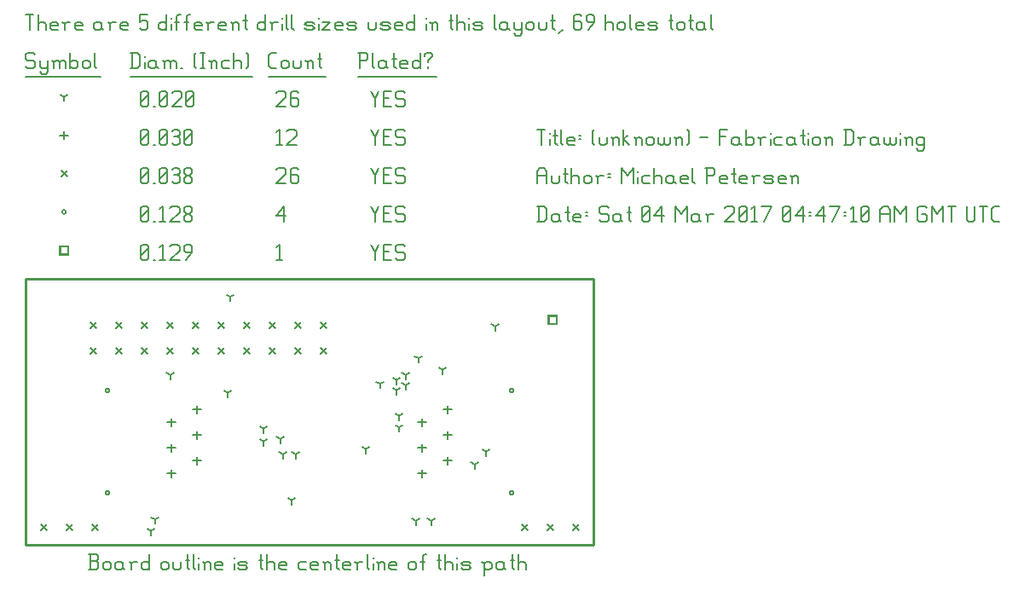
<source format=gbr>
G04 start of page 12 for group -3984 idx -3984 *
G04 Title: (unknown), fab *
G04 Creator: pcb 20140316 *
G04 CreationDate: Sat 04 Mar 2017 04:47:10 AM GMT UTC *
G04 For: petersen *
G04 Format: Gerber/RS-274X *
G04 PCB-Dimensions (mil): 2220.00 1040.00 *
G04 PCB-Coordinate-Origin: lower left *
%MOIN*%
%FSLAX25Y25*%
%LNFAB*%
%ADD70C,0.0100*%
%ADD69C,0.0075*%
%ADD68C,0.0060*%
%ADD67R,0.0080X0.0080*%
G54D67*X204400Y89600D02*X207600D01*
X204400D02*Y86400D01*
X207600D01*
Y89600D02*Y86400D01*
X13400Y116850D02*X16600D01*
X13400D02*Y113650D01*
X16600D01*
Y116850D02*Y113650D01*
G54D68*X135000Y117500D02*X136500Y114500D01*
X138000Y117500D01*
X136500Y114500D02*Y111500D01*
X139800Y114800D02*X142050D01*
X139800Y111500D02*X142800D01*
X139800Y117500D02*Y111500D01*
Y117500D02*X142800D01*
X147600D02*X148350Y116750D01*
X145350Y117500D02*X147600D01*
X144600Y116750D02*X145350Y117500D01*
X144600Y116750D02*Y115250D01*
X145350Y114500D01*
X147600D01*
X148350Y113750D01*
Y112250D01*
X147600Y111500D02*X148350Y112250D01*
X145350Y111500D02*X147600D01*
X144600Y112250D02*X145350Y111500D01*
X98000Y116300D02*X99200Y117500D01*
Y111500D01*
X98000D02*X100250D01*
X45000Y112250D02*X45750Y111500D01*
X45000Y116750D02*Y112250D01*
Y116750D02*X45750Y117500D01*
X47250D01*
X48000Y116750D01*
Y112250D01*
X47250Y111500D02*X48000Y112250D01*
X45750Y111500D02*X47250D01*
X45000Y113000D02*X48000Y116000D01*
X49800Y111500D02*X50550D01*
X52350Y116300D02*X53550Y117500D01*
Y111500D01*
X52350D02*X54600D01*
X56400Y116750D02*X57150Y117500D01*
X59400D01*
X60150Y116750D01*
Y115250D01*
X56400Y111500D02*X60150Y115250D01*
X56400Y111500D02*X60150D01*
X62700D02*X64950Y114500D01*
Y116750D02*Y114500D01*
X64200Y117500D02*X64950Y116750D01*
X62700Y117500D02*X64200D01*
X61950Y116750D02*X62700Y117500D01*
X61950Y116750D02*Y115250D01*
X62700Y114500D01*
X64950D01*
X31200Y60500D02*G75*G03X32800Y60500I800J0D01*G01*
G75*G03X31200Y60500I-800J0D01*G01*
Y20500D02*G75*G03X32800Y20500I800J0D01*G01*
G75*G03X31200Y20500I-800J0D01*G01*
X189200D02*G75*G03X190800Y20500I800J0D01*G01*
G75*G03X189200Y20500I-800J0D01*G01*
Y60500D02*G75*G03X190800Y60500I800J0D01*G01*
G75*G03X189200Y60500I-800J0D01*G01*
X14200Y130250D02*G75*G03X15800Y130250I800J0D01*G01*
G75*G03X14200Y130250I-800J0D01*G01*
X135000Y132500D02*X136500Y129500D01*
X138000Y132500D01*
X136500Y129500D02*Y126500D01*
X139800Y129800D02*X142050D01*
X139800Y126500D02*X142800D01*
X139800Y132500D02*Y126500D01*
Y132500D02*X142800D01*
X147600D02*X148350Y131750D01*
X145350Y132500D02*X147600D01*
X144600Y131750D02*X145350Y132500D01*
X144600Y131750D02*Y130250D01*
X145350Y129500D01*
X147600D01*
X148350Y128750D01*
Y127250D01*
X147600Y126500D02*X148350Y127250D01*
X145350Y126500D02*X147600D01*
X144600Y127250D02*X145350Y126500D01*
X98000Y128750D02*X101000Y132500D01*
X98000Y128750D02*X101750D01*
X101000Y132500D02*Y126500D01*
X45000Y127250D02*X45750Y126500D01*
X45000Y131750D02*Y127250D01*
Y131750D02*X45750Y132500D01*
X47250D01*
X48000Y131750D01*
Y127250D01*
X47250Y126500D02*X48000Y127250D01*
X45750Y126500D02*X47250D01*
X45000Y128000D02*X48000Y131000D01*
X49800Y126500D02*X50550D01*
X52350Y131300D02*X53550Y132500D01*
Y126500D01*
X52350D02*X54600D01*
X56400Y131750D02*X57150Y132500D01*
X59400D01*
X60150Y131750D01*
Y130250D01*
X56400Y126500D02*X60150Y130250D01*
X56400Y126500D02*X60150D01*
X61950Y127250D02*X62700Y126500D01*
X61950Y128450D02*Y127250D01*
Y128450D02*X63000Y129500D01*
X63900D01*
X64950Y128450D01*
Y127250D01*
X64200Y126500D02*X64950Y127250D01*
X62700Y126500D02*X64200D01*
X61950Y130550D02*X63000Y129500D01*
X61950Y131750D02*Y130550D01*
Y131750D02*X62700Y132500D01*
X64200D01*
X64950Y131750D01*
Y130550D01*
X63900Y129500D02*X64950Y130550D01*
X25300Y77200D02*X27700Y74800D01*
X25300D02*X27700Y77200D01*
X35300D02*X37700Y74800D01*
X35300D02*X37700Y77200D01*
X45300D02*X47700Y74800D01*
X45300D02*X47700Y77200D01*
X55300D02*X57700Y74800D01*
X55300D02*X57700Y77200D01*
X65300D02*X67700Y74800D01*
X65300D02*X67700Y77200D01*
X75300D02*X77700Y74800D01*
X75300D02*X77700Y77200D01*
X85300D02*X87700Y74800D01*
X85300D02*X87700Y77200D01*
X95300D02*X97700Y74800D01*
X95300D02*X97700Y77200D01*
X105300D02*X107700Y74800D01*
X105300D02*X107700Y77200D01*
X115300D02*X117700Y74800D01*
X115300D02*X117700Y77200D01*
X25300Y87200D02*X27700Y84800D01*
X25300D02*X27700Y87200D01*
X35300D02*X37700Y84800D01*
X35300D02*X37700Y87200D01*
X45300D02*X47700Y84800D01*
X45300D02*X47700Y87200D01*
X55300D02*X57700Y84800D01*
X55300D02*X57700Y87200D01*
X65300D02*X67700Y84800D01*
X65300D02*X67700Y87200D01*
X75300D02*X77700Y84800D01*
X75300D02*X77700Y87200D01*
X85300D02*X87700Y84800D01*
X85300D02*X87700Y87200D01*
X95300D02*X97700Y84800D01*
X95300D02*X97700Y87200D01*
X105300D02*X107700Y84800D01*
X105300D02*X107700Y87200D01*
X115300D02*X117700Y84800D01*
X115300D02*X117700Y87200D01*
X193800Y8200D02*X196200Y5800D01*
X193800D02*X196200Y8200D01*
X203800D02*X206200Y5800D01*
X203800D02*X206200Y8200D01*
X213800D02*X216200Y5800D01*
X213800D02*X216200Y8200D01*
X5800D02*X8200Y5800D01*
X5800D02*X8200Y8200D01*
X15800D02*X18200Y5800D01*
X15800D02*X18200Y8200D01*
X25800D02*X28200Y5800D01*
X25800D02*X28200Y8200D01*
X13800Y146450D02*X16200Y144050D01*
X13800D02*X16200Y146450D01*
X135000Y147500D02*X136500Y144500D01*
X138000Y147500D01*
X136500Y144500D02*Y141500D01*
X139800Y144800D02*X142050D01*
X139800Y141500D02*X142800D01*
X139800Y147500D02*Y141500D01*
Y147500D02*X142800D01*
X147600D02*X148350Y146750D01*
X145350Y147500D02*X147600D01*
X144600Y146750D02*X145350Y147500D01*
X144600Y146750D02*Y145250D01*
X145350Y144500D01*
X147600D01*
X148350Y143750D01*
Y142250D01*
X147600Y141500D02*X148350Y142250D01*
X145350Y141500D02*X147600D01*
X144600Y142250D02*X145350Y141500D01*
X98000Y146750D02*X98750Y147500D01*
X101000D01*
X101750Y146750D01*
Y145250D01*
X98000Y141500D02*X101750Y145250D01*
X98000Y141500D02*X101750D01*
X105800Y147500D02*X106550Y146750D01*
X104300Y147500D02*X105800D01*
X103550Y146750D02*X104300Y147500D01*
X103550Y146750D02*Y142250D01*
X104300Y141500D01*
X105800Y144800D02*X106550Y144050D01*
X103550Y144800D02*X105800D01*
X104300Y141500D02*X105800D01*
X106550Y142250D01*
Y144050D02*Y142250D01*
X45000D02*X45750Y141500D01*
X45000Y146750D02*Y142250D01*
Y146750D02*X45750Y147500D01*
X47250D01*
X48000Y146750D01*
Y142250D01*
X47250Y141500D02*X48000Y142250D01*
X45750Y141500D02*X47250D01*
X45000Y143000D02*X48000Y146000D01*
X49800Y141500D02*X50550D01*
X52350Y142250D02*X53100Y141500D01*
X52350Y146750D02*Y142250D01*
Y146750D02*X53100Y147500D01*
X54600D01*
X55350Y146750D01*
Y142250D01*
X54600Y141500D02*X55350Y142250D01*
X53100Y141500D02*X54600D01*
X52350Y143000D02*X55350Y146000D01*
X57150Y146750D02*X57900Y147500D01*
X59400D01*
X60150Y146750D01*
X59400Y141500D02*X60150Y142250D01*
X57900Y141500D02*X59400D01*
X57150Y142250D02*X57900Y141500D01*
Y144800D02*X59400D01*
X60150Y146750D02*Y145550D01*
Y144050D02*Y142250D01*
Y144050D02*X59400Y144800D01*
X60150Y145550D02*X59400Y144800D01*
X61950Y142250D02*X62700Y141500D01*
X61950Y143450D02*Y142250D01*
Y143450D02*X63000Y144500D01*
X63900D01*
X64950Y143450D01*
Y142250D01*
X64200Y141500D02*X64950Y142250D01*
X62700Y141500D02*X64200D01*
X61950Y145550D02*X63000Y144500D01*
X61950Y146750D02*Y145550D01*
Y146750D02*X62700Y147500D01*
X64200D01*
X64950Y146750D01*
Y145550D01*
X63900Y144500D02*X64950Y145550D01*
X67000Y54600D02*Y51400D01*
X65400Y53000D02*X68600D01*
X57000Y49600D02*Y46400D01*
X55400Y48000D02*X58600D01*
X67000Y44600D02*Y41400D01*
X65400Y43000D02*X68600D01*
X57000Y39600D02*Y36400D01*
X55400Y38000D02*X58600D01*
X67000Y34600D02*Y31400D01*
X65400Y33000D02*X68600D01*
X57000Y29600D02*Y26400D01*
X55400Y28000D02*X58600D01*
X155000Y29600D02*Y26400D01*
X153400Y28000D02*X156600D01*
X165000Y34600D02*Y31400D01*
X163400Y33000D02*X166600D01*
X155000Y39600D02*Y36400D01*
X153400Y38000D02*X156600D01*
X165000Y44600D02*Y41400D01*
X163400Y43000D02*X166600D01*
X155000Y49600D02*Y46400D01*
X153400Y48000D02*X156600D01*
X165000Y54600D02*Y51400D01*
X163400Y53000D02*X166600D01*
X15000Y161850D02*Y158650D01*
X13400Y160250D02*X16600D01*
X135000Y162500D02*X136500Y159500D01*
X138000Y162500D01*
X136500Y159500D02*Y156500D01*
X139800Y159800D02*X142050D01*
X139800Y156500D02*X142800D01*
X139800Y162500D02*Y156500D01*
Y162500D02*X142800D01*
X147600D02*X148350Y161750D01*
X145350Y162500D02*X147600D01*
X144600Y161750D02*X145350Y162500D01*
X144600Y161750D02*Y160250D01*
X145350Y159500D01*
X147600D01*
X148350Y158750D01*
Y157250D01*
X147600Y156500D02*X148350Y157250D01*
X145350Y156500D02*X147600D01*
X144600Y157250D02*X145350Y156500D01*
X98000Y161300D02*X99200Y162500D01*
Y156500D01*
X98000D02*X100250D01*
X102050Y161750D02*X102800Y162500D01*
X105050D01*
X105800Y161750D01*
Y160250D01*
X102050Y156500D02*X105800Y160250D01*
X102050Y156500D02*X105800D01*
X45000Y157250D02*X45750Y156500D01*
X45000Y161750D02*Y157250D01*
Y161750D02*X45750Y162500D01*
X47250D01*
X48000Y161750D01*
Y157250D01*
X47250Y156500D02*X48000Y157250D01*
X45750Y156500D02*X47250D01*
X45000Y158000D02*X48000Y161000D01*
X49800Y156500D02*X50550D01*
X52350Y157250D02*X53100Y156500D01*
X52350Y161750D02*Y157250D01*
Y161750D02*X53100Y162500D01*
X54600D01*
X55350Y161750D01*
Y157250D01*
X54600Y156500D02*X55350Y157250D01*
X53100Y156500D02*X54600D01*
X52350Y158000D02*X55350Y161000D01*
X57150Y161750D02*X57900Y162500D01*
X59400D01*
X60150Y161750D01*
X59400Y156500D02*X60150Y157250D01*
X57900Y156500D02*X59400D01*
X57150Y157250D02*X57900Y156500D01*
Y159800D02*X59400D01*
X60150Y161750D02*Y160550D01*
Y159050D02*Y157250D01*
Y159050D02*X59400Y159800D01*
X60150Y160550D02*X59400Y159800D01*
X61950Y157250D02*X62700Y156500D01*
X61950Y161750D02*Y157250D01*
Y161750D02*X62700Y162500D01*
X64200D01*
X64950Y161750D01*
Y157250D01*
X64200Y156500D02*X64950Y157250D01*
X62700Y156500D02*X64200D01*
X61950Y158000D02*X64950Y161000D01*
X105500Y35500D02*Y33900D01*
Y35500D02*X106887Y36300D01*
X105500Y35500D02*X104113Y36300D01*
X152500Y9500D02*Y7900D01*
Y9500D02*X153887Y10300D01*
X152500Y9500D02*X151113Y10300D01*
X56500Y66500D02*Y64900D01*
Y66500D02*X57887Y67300D01*
X56500Y66500D02*X55113Y67300D01*
X100500Y35500D02*Y33900D01*
Y35500D02*X101887Y36300D01*
X100500Y35500D02*X99113Y36300D01*
X99500Y41500D02*Y39900D01*
Y41500D02*X100887Y42300D01*
X99500Y41500D02*X98113Y42300D01*
X93000Y40500D02*Y38900D01*
Y40500D02*X94387Y41300D01*
X93000Y40500D02*X91613Y41300D01*
X93000Y45500D02*Y43900D01*
Y45500D02*X94387Y46300D01*
X93000Y45500D02*X91613Y46300D01*
X79000Y59500D02*Y57900D01*
Y59500D02*X80387Y60300D01*
X79000Y59500D02*X77613Y60300D01*
X133000Y37500D02*Y35900D01*
Y37500D02*X134387Y38300D01*
X133000Y37500D02*X131613Y38300D01*
X153500Y73000D02*Y71400D01*
Y73000D02*X154887Y73800D01*
X153500Y73000D02*X152113Y73800D01*
X163000Y68500D02*Y66900D01*
Y68500D02*X164387Y69300D01*
X163000Y68500D02*X161613Y69300D01*
X138500Y63000D02*Y61400D01*
Y63000D02*X139887Y63800D01*
X138500Y63000D02*X137113Y63800D01*
X183500Y85500D02*Y83900D01*
Y85500D02*X184887Y86300D01*
X183500Y85500D02*X182113Y86300D01*
X104000Y17500D02*Y15900D01*
Y17500D02*X105387Y18300D01*
X104000Y17500D02*X102613Y18300D01*
X145000Y60500D02*Y58900D01*
Y60500D02*X146387Y61300D01*
X145000Y60500D02*X143613Y61300D01*
X146000Y46000D02*Y44400D01*
Y46000D02*X147387Y46800D01*
X146000Y46000D02*X144613Y46800D01*
X146000Y50500D02*Y48900D01*
Y50500D02*X147387Y51300D01*
X146000Y50500D02*X144613Y51300D01*
X50500Y10000D02*Y8400D01*
Y10000D02*X51887Y10800D01*
X50500Y10000D02*X49113Y10800D01*
X49000Y5500D02*Y3900D01*
Y5500D02*X50387Y6300D01*
X49000Y5500D02*X47613Y6300D01*
X175500Y31500D02*Y29900D01*
Y31500D02*X176887Y32300D01*
X175500Y31500D02*X174113Y32300D01*
X180000Y36500D02*Y34900D01*
Y36500D02*X181387Y37300D01*
X180000Y36500D02*X178613Y37300D01*
X158500Y9500D02*Y7900D01*
Y9500D02*X159887Y10300D01*
X158500Y9500D02*X157113Y10300D01*
X80000Y97000D02*Y95400D01*
Y97000D02*X81387Y97800D01*
X80000Y97000D02*X78613Y97800D01*
X148500Y62500D02*Y60900D01*
Y62500D02*X149887Y63300D01*
X148500Y62500D02*X147113Y63300D01*
X145000Y64500D02*Y62900D01*
Y64500D02*X146387Y65300D01*
X145000Y64500D02*X143613Y65300D01*
X148500Y66500D02*Y64900D01*
Y66500D02*X149887Y67300D01*
X148500Y66500D02*X147113Y67300D01*
X15000Y175250D02*Y173650D01*
Y175250D02*X16387Y176050D01*
X15000Y175250D02*X13613Y176050D01*
X135000Y177500D02*X136500Y174500D01*
X138000Y177500D01*
X136500Y174500D02*Y171500D01*
X139800Y174800D02*X142050D01*
X139800Y171500D02*X142800D01*
X139800Y177500D02*Y171500D01*
Y177500D02*X142800D01*
X147600D02*X148350Y176750D01*
X145350Y177500D02*X147600D01*
X144600Y176750D02*X145350Y177500D01*
X144600Y176750D02*Y175250D01*
X145350Y174500D01*
X147600D01*
X148350Y173750D01*
Y172250D01*
X147600Y171500D02*X148350Y172250D01*
X145350Y171500D02*X147600D01*
X144600Y172250D02*X145350Y171500D01*
X98000Y176750D02*X98750Y177500D01*
X101000D01*
X101750Y176750D01*
Y175250D01*
X98000Y171500D02*X101750Y175250D01*
X98000Y171500D02*X101750D01*
X105800Y177500D02*X106550Y176750D01*
X104300Y177500D02*X105800D01*
X103550Y176750D02*X104300Y177500D01*
X103550Y176750D02*Y172250D01*
X104300Y171500D01*
X105800Y174800D02*X106550Y174050D01*
X103550Y174800D02*X105800D01*
X104300Y171500D02*X105800D01*
X106550Y172250D01*
Y174050D02*Y172250D01*
X45000D02*X45750Y171500D01*
X45000Y176750D02*Y172250D01*
Y176750D02*X45750Y177500D01*
X47250D01*
X48000Y176750D01*
Y172250D01*
X47250Y171500D02*X48000Y172250D01*
X45750Y171500D02*X47250D01*
X45000Y173000D02*X48000Y176000D01*
X49800Y171500D02*X50550D01*
X52350Y172250D02*X53100Y171500D01*
X52350Y176750D02*Y172250D01*
Y176750D02*X53100Y177500D01*
X54600D01*
X55350Y176750D01*
Y172250D01*
X54600Y171500D02*X55350Y172250D01*
X53100Y171500D02*X54600D01*
X52350Y173000D02*X55350Y176000D01*
X57150Y176750D02*X57900Y177500D01*
X60150D01*
X60900Y176750D01*
Y175250D01*
X57150Y171500D02*X60900Y175250D01*
X57150Y171500D02*X60900D01*
X62700Y172250D02*X63450Y171500D01*
X62700Y176750D02*Y172250D01*
Y176750D02*X63450Y177500D01*
X64950D01*
X65700Y176750D01*
Y172250D01*
X64950Y171500D02*X65700Y172250D01*
X63450Y171500D02*X64950D01*
X62700Y173000D02*X65700Y176000D01*
X3000Y192500D02*X3750Y191750D01*
X750Y192500D02*X3000D01*
X0Y191750D02*X750Y192500D01*
X0Y191750D02*Y190250D01*
X750Y189500D01*
X3000D01*
X3750Y188750D01*
Y187250D01*
X3000Y186500D02*X3750Y187250D01*
X750Y186500D02*X3000D01*
X0Y187250D02*X750Y186500D01*
X5550Y189500D02*Y187250D01*
X6300Y186500D01*
X8550Y189500D02*Y185000D01*
X7800Y184250D02*X8550Y185000D01*
X6300Y184250D02*X7800D01*
X5550Y185000D02*X6300Y184250D01*
Y186500D02*X7800D01*
X8550Y187250D01*
X11100Y188750D02*Y186500D01*
Y188750D02*X11850Y189500D01*
X12600D01*
X13350Y188750D01*
Y186500D01*
Y188750D02*X14100Y189500D01*
X14850D01*
X15600Y188750D01*
Y186500D01*
X10350Y189500D02*X11100Y188750D01*
X17400Y192500D02*Y186500D01*
Y187250D02*X18150Y186500D01*
X19650D01*
X20400Y187250D01*
Y188750D02*Y187250D01*
X19650Y189500D02*X20400Y188750D01*
X18150Y189500D02*X19650D01*
X17400Y188750D02*X18150Y189500D01*
X22200Y188750D02*Y187250D01*
Y188750D02*X22950Y189500D01*
X24450D01*
X25200Y188750D01*
Y187250D01*
X24450Y186500D02*X25200Y187250D01*
X22950Y186500D02*X24450D01*
X22200Y187250D02*X22950Y186500D01*
X27000Y192500D02*Y187250D01*
X27750Y186500D01*
X0Y183250D02*X29250D01*
X41750Y192500D02*Y186500D01*
X43700Y192500D02*X44750Y191450D01*
Y187550D01*
X43700Y186500D02*X44750Y187550D01*
X41000Y186500D02*X43700D01*
X41000Y192500D02*X43700D01*
G54D69*X46550Y191000D02*Y190850D01*
G54D68*Y188750D02*Y186500D01*
X50300Y189500D02*X51050Y188750D01*
X48800Y189500D02*X50300D01*
X48050Y188750D02*X48800Y189500D01*
X48050Y188750D02*Y187250D01*
X48800Y186500D01*
X51050Y189500D02*Y187250D01*
X51800Y186500D01*
X48800D02*X50300D01*
X51050Y187250D01*
X54350Y188750D02*Y186500D01*
Y188750D02*X55100Y189500D01*
X55850D01*
X56600Y188750D01*
Y186500D01*
Y188750D02*X57350Y189500D01*
X58100D01*
X58850Y188750D01*
Y186500D01*
X53600Y189500D02*X54350Y188750D01*
X60650Y186500D02*X61400D01*
X65900Y187250D02*X66650Y186500D01*
X65900Y191750D02*X66650Y192500D01*
X65900Y191750D02*Y187250D01*
X68450Y192500D02*X69950D01*
X69200D02*Y186500D01*
X68450D02*X69950D01*
X72500Y188750D02*Y186500D01*
Y188750D02*X73250Y189500D01*
X74000D01*
X74750Y188750D01*
Y186500D01*
X71750Y189500D02*X72500Y188750D01*
X77300Y189500D02*X79550D01*
X76550Y188750D02*X77300Y189500D01*
X76550Y188750D02*Y187250D01*
X77300Y186500D01*
X79550D01*
X81350Y192500D02*Y186500D01*
Y188750D02*X82100Y189500D01*
X83600D01*
X84350Y188750D01*
Y186500D01*
X86150Y192500D02*X86900Y191750D01*
Y187250D01*
X86150Y186500D02*X86900Y187250D01*
X41000Y183250D02*X88700D01*
X96050Y186500D02*X98000D01*
X95000Y187550D02*X96050Y186500D01*
X95000Y191450D02*Y187550D01*
Y191450D02*X96050Y192500D01*
X98000D01*
X99800Y188750D02*Y187250D01*
Y188750D02*X100550Y189500D01*
X102050D01*
X102800Y188750D01*
Y187250D01*
X102050Y186500D02*X102800Y187250D01*
X100550Y186500D02*X102050D01*
X99800Y187250D02*X100550Y186500D01*
X104600Y189500D02*Y187250D01*
X105350Y186500D01*
X106850D01*
X107600Y187250D01*
Y189500D02*Y187250D01*
X110150Y188750D02*Y186500D01*
Y188750D02*X110900Y189500D01*
X111650D01*
X112400Y188750D01*
Y186500D01*
X109400Y189500D02*X110150Y188750D01*
X114950Y192500D02*Y187250D01*
X115700Y186500D01*
X114200Y190250D02*X115700D01*
X95000Y183250D02*X117200D01*
X130750Y192500D02*Y186500D01*
X130000Y192500D02*X133000D01*
X133750Y191750D01*
Y190250D01*
X133000Y189500D02*X133750Y190250D01*
X130750Y189500D02*X133000D01*
X135550Y192500D02*Y187250D01*
X136300Y186500D01*
X140050Y189500D02*X140800Y188750D01*
X138550Y189500D02*X140050D01*
X137800Y188750D02*X138550Y189500D01*
X137800Y188750D02*Y187250D01*
X138550Y186500D01*
X140800Y189500D02*Y187250D01*
X141550Y186500D01*
X138550D02*X140050D01*
X140800Y187250D01*
X144100Y192500D02*Y187250D01*
X144850Y186500D01*
X143350Y190250D02*X144850D01*
X147100Y186500D02*X149350D01*
X146350Y187250D02*X147100Y186500D01*
X146350Y188750D02*Y187250D01*
Y188750D02*X147100Y189500D01*
X148600D01*
X149350Y188750D01*
X146350Y188000D02*X149350D01*
Y188750D02*Y188000D01*
X154150Y192500D02*Y186500D01*
X153400D02*X154150Y187250D01*
X151900Y186500D02*X153400D01*
X151150Y187250D02*X151900Y186500D01*
X151150Y188750D02*Y187250D01*
Y188750D02*X151900Y189500D01*
X153400D01*
X154150Y188750D01*
X157450Y189500D02*Y188750D01*
Y187250D02*Y186500D01*
X155950Y191750D02*Y191000D01*
Y191750D02*X156700Y192500D01*
X158200D01*
X158950Y191750D01*
Y191000D01*
X157450Y189500D02*X158950Y191000D01*
X130000Y183250D02*X160750D01*
X0Y207500D02*X3000D01*
X1500D02*Y201500D01*
X4800Y207500D02*Y201500D01*
Y203750D02*X5550Y204500D01*
X7050D01*
X7800Y203750D01*
Y201500D01*
X10350D02*X12600D01*
X9600Y202250D02*X10350Y201500D01*
X9600Y203750D02*Y202250D01*
Y203750D02*X10350Y204500D01*
X11850D01*
X12600Y203750D01*
X9600Y203000D02*X12600D01*
Y203750D02*Y203000D01*
X15150Y203750D02*Y201500D01*
Y203750D02*X15900Y204500D01*
X17400D01*
X14400D02*X15150Y203750D01*
X19950Y201500D02*X22200D01*
X19200Y202250D02*X19950Y201500D01*
X19200Y203750D02*Y202250D01*
Y203750D02*X19950Y204500D01*
X21450D01*
X22200Y203750D01*
X19200Y203000D02*X22200D01*
Y203750D02*Y203000D01*
X28950Y204500D02*X29700Y203750D01*
X27450Y204500D02*X28950D01*
X26700Y203750D02*X27450Y204500D01*
X26700Y203750D02*Y202250D01*
X27450Y201500D01*
X29700Y204500D02*Y202250D01*
X30450Y201500D01*
X27450D02*X28950D01*
X29700Y202250D01*
X33000Y203750D02*Y201500D01*
Y203750D02*X33750Y204500D01*
X35250D01*
X32250D02*X33000Y203750D01*
X37800Y201500D02*X40050D01*
X37050Y202250D02*X37800Y201500D01*
X37050Y203750D02*Y202250D01*
Y203750D02*X37800Y204500D01*
X39300D01*
X40050Y203750D01*
X37050Y203000D02*X40050D01*
Y203750D02*Y203000D01*
X44550Y207500D02*X47550D01*
X44550D02*Y204500D01*
X45300Y205250D01*
X46800D01*
X47550Y204500D01*
Y202250D01*
X46800Y201500D02*X47550Y202250D01*
X45300Y201500D02*X46800D01*
X44550Y202250D02*X45300Y201500D01*
X55050Y207500D02*Y201500D01*
X54300D02*X55050Y202250D01*
X52800Y201500D02*X54300D01*
X52050Y202250D02*X52800Y201500D01*
X52050Y203750D02*Y202250D01*
Y203750D02*X52800Y204500D01*
X54300D01*
X55050Y203750D01*
G54D69*X56850Y206000D02*Y205850D01*
G54D68*Y203750D02*Y201500D01*
X59100Y206750D02*Y201500D01*
Y206750D02*X59850Y207500D01*
X60600D01*
X58350Y204500D02*X59850D01*
X62850Y206750D02*Y201500D01*
Y206750D02*X63600Y207500D01*
X64350D01*
X62100Y204500D02*X63600D01*
X66600Y201500D02*X68850D01*
X65850Y202250D02*X66600Y201500D01*
X65850Y203750D02*Y202250D01*
Y203750D02*X66600Y204500D01*
X68100D01*
X68850Y203750D01*
X65850Y203000D02*X68850D01*
Y203750D02*Y203000D01*
X71400Y203750D02*Y201500D01*
Y203750D02*X72150Y204500D01*
X73650D01*
X70650D02*X71400Y203750D01*
X76200Y201500D02*X78450D01*
X75450Y202250D02*X76200Y201500D01*
X75450Y203750D02*Y202250D01*
Y203750D02*X76200Y204500D01*
X77700D01*
X78450Y203750D01*
X75450Y203000D02*X78450D01*
Y203750D02*Y203000D01*
X81000Y203750D02*Y201500D01*
Y203750D02*X81750Y204500D01*
X82500D01*
X83250Y203750D01*
Y201500D01*
X80250Y204500D02*X81000Y203750D01*
X85800Y207500D02*Y202250D01*
X86550Y201500D01*
X85050Y205250D02*X86550D01*
X93750Y207500D02*Y201500D01*
X93000D02*X93750Y202250D01*
X91500Y201500D02*X93000D01*
X90750Y202250D02*X91500Y201500D01*
X90750Y203750D02*Y202250D01*
Y203750D02*X91500Y204500D01*
X93000D01*
X93750Y203750D01*
X96300D02*Y201500D01*
Y203750D02*X97050Y204500D01*
X98550D01*
X95550D02*X96300Y203750D01*
G54D69*X100350Y206000D02*Y205850D01*
G54D68*Y203750D02*Y201500D01*
X101850Y207500D02*Y202250D01*
X102600Y201500D01*
X104100Y207500D02*Y202250D01*
X104850Y201500D01*
X109800D02*X112050D01*
X112800Y202250D01*
X112050Y203000D02*X112800Y202250D01*
X109800Y203000D02*X112050D01*
X109050Y203750D02*X109800Y203000D01*
X109050Y203750D02*X109800Y204500D01*
X112050D01*
X112800Y203750D01*
X109050Y202250D02*X109800Y201500D01*
G54D69*X114600Y206000D02*Y205850D01*
G54D68*Y203750D02*Y201500D01*
X116100Y204500D02*X119100D01*
X116100Y201500D02*X119100Y204500D01*
X116100Y201500D02*X119100D01*
X121650D02*X123900D01*
X120900Y202250D02*X121650Y201500D01*
X120900Y203750D02*Y202250D01*
Y203750D02*X121650Y204500D01*
X123150D01*
X123900Y203750D01*
X120900Y203000D02*X123900D01*
Y203750D02*Y203000D01*
X126450Y201500D02*X128700D01*
X129450Y202250D01*
X128700Y203000D02*X129450Y202250D01*
X126450Y203000D02*X128700D01*
X125700Y203750D02*X126450Y203000D01*
X125700Y203750D02*X126450Y204500D01*
X128700D01*
X129450Y203750D01*
X125700Y202250D02*X126450Y201500D01*
X133950Y204500D02*Y202250D01*
X134700Y201500D01*
X136200D01*
X136950Y202250D01*
Y204500D02*Y202250D01*
X139500Y201500D02*X141750D01*
X142500Y202250D01*
X141750Y203000D02*X142500Y202250D01*
X139500Y203000D02*X141750D01*
X138750Y203750D02*X139500Y203000D01*
X138750Y203750D02*X139500Y204500D01*
X141750D01*
X142500Y203750D01*
X138750Y202250D02*X139500Y201500D01*
X145050D02*X147300D01*
X144300Y202250D02*X145050Y201500D01*
X144300Y203750D02*Y202250D01*
Y203750D02*X145050Y204500D01*
X146550D01*
X147300Y203750D01*
X144300Y203000D02*X147300D01*
Y203750D02*Y203000D01*
X152100Y207500D02*Y201500D01*
X151350D02*X152100Y202250D01*
X149850Y201500D02*X151350D01*
X149100Y202250D02*X149850Y201500D01*
X149100Y203750D02*Y202250D01*
Y203750D02*X149850Y204500D01*
X151350D01*
X152100Y203750D01*
G54D69*X156600Y206000D02*Y205850D01*
G54D68*Y203750D02*Y201500D01*
X158850Y203750D02*Y201500D01*
Y203750D02*X159600Y204500D01*
X160350D01*
X161100Y203750D01*
Y201500D01*
X158100Y204500D02*X158850Y203750D01*
X166350Y207500D02*Y202250D01*
X167100Y201500D01*
X165600Y205250D02*X167100D01*
X168600Y207500D02*Y201500D01*
Y203750D02*X169350Y204500D01*
X170850D01*
X171600Y203750D01*
Y201500D01*
G54D69*X173400Y206000D02*Y205850D01*
G54D68*Y203750D02*Y201500D01*
X175650D02*X177900D01*
X178650Y202250D01*
X177900Y203000D02*X178650Y202250D01*
X175650Y203000D02*X177900D01*
X174900Y203750D02*X175650Y203000D01*
X174900Y203750D02*X175650Y204500D01*
X177900D01*
X178650Y203750D01*
X174900Y202250D02*X175650Y201500D01*
X183150Y207500D02*Y202250D01*
X183900Y201500D01*
X187650Y204500D02*X188400Y203750D01*
X186150Y204500D02*X187650D01*
X185400Y203750D02*X186150Y204500D01*
X185400Y203750D02*Y202250D01*
X186150Y201500D01*
X188400Y204500D02*Y202250D01*
X189150Y201500D01*
X186150D02*X187650D01*
X188400Y202250D01*
X190950Y204500D02*Y202250D01*
X191700Y201500D01*
X193950Y204500D02*Y200000D01*
X193200Y199250D02*X193950Y200000D01*
X191700Y199250D02*X193200D01*
X190950Y200000D02*X191700Y199250D01*
Y201500D02*X193200D01*
X193950Y202250D01*
X195750Y203750D02*Y202250D01*
Y203750D02*X196500Y204500D01*
X198000D01*
X198750Y203750D01*
Y202250D01*
X198000Y201500D02*X198750Y202250D01*
X196500Y201500D02*X198000D01*
X195750Y202250D02*X196500Y201500D01*
X200550Y204500D02*Y202250D01*
X201300Y201500D01*
X202800D01*
X203550Y202250D01*
Y204500D02*Y202250D01*
X206100Y207500D02*Y202250D01*
X206850Y201500D01*
X205350Y205250D02*X206850D01*
X208350Y200000D02*X209850Y201500D01*
X216600Y207500D02*X217350Y206750D01*
X215100Y207500D02*X216600D01*
X214350Y206750D02*X215100Y207500D01*
X214350Y206750D02*Y202250D01*
X215100Y201500D01*
X216600Y204800D02*X217350Y204050D01*
X214350Y204800D02*X216600D01*
X215100Y201500D02*X216600D01*
X217350Y202250D01*
Y204050D02*Y202250D01*
X219900Y201500D02*X222150Y204500D01*
Y206750D02*Y204500D01*
X221400Y207500D02*X222150Y206750D01*
X219900Y207500D02*X221400D01*
X219150Y206750D02*X219900Y207500D01*
X219150Y206750D02*Y205250D01*
X219900Y204500D01*
X222150D01*
X226650Y207500D02*Y201500D01*
Y203750D02*X227400Y204500D01*
X228900D01*
X229650Y203750D01*
Y201500D01*
X231450Y203750D02*Y202250D01*
Y203750D02*X232200Y204500D01*
X233700D01*
X234450Y203750D01*
Y202250D01*
X233700Y201500D02*X234450Y202250D01*
X232200Y201500D02*X233700D01*
X231450Y202250D02*X232200Y201500D01*
X236250Y207500D02*Y202250D01*
X237000Y201500D01*
X239250D02*X241500D01*
X238500Y202250D02*X239250Y201500D01*
X238500Y203750D02*Y202250D01*
Y203750D02*X239250Y204500D01*
X240750D01*
X241500Y203750D01*
X238500Y203000D02*X241500D01*
Y203750D02*Y203000D01*
X244050Y201500D02*X246300D01*
X247050Y202250D01*
X246300Y203000D02*X247050Y202250D01*
X244050Y203000D02*X246300D01*
X243300Y203750D02*X244050Y203000D01*
X243300Y203750D02*X244050Y204500D01*
X246300D01*
X247050Y203750D01*
X243300Y202250D02*X244050Y201500D01*
X252300Y207500D02*Y202250D01*
X253050Y201500D01*
X251550Y205250D02*X253050D01*
X254550Y203750D02*Y202250D01*
Y203750D02*X255300Y204500D01*
X256800D01*
X257550Y203750D01*
Y202250D01*
X256800Y201500D02*X257550Y202250D01*
X255300Y201500D02*X256800D01*
X254550Y202250D02*X255300Y201500D01*
X260100Y207500D02*Y202250D01*
X260850Y201500D01*
X259350Y205250D02*X260850D01*
X264600Y204500D02*X265350Y203750D01*
X263100Y204500D02*X264600D01*
X262350Y203750D02*X263100Y204500D01*
X262350Y203750D02*Y202250D01*
X263100Y201500D01*
X265350Y204500D02*Y202250D01*
X266100Y201500D01*
X263100D02*X264600D01*
X265350Y202250D01*
X267900Y207500D02*Y202250D01*
X268650Y201500D01*
G54D70*X222000Y104000D02*Y0D01*
X0D01*
Y104000D01*
X222000D01*
G54D68*X24675Y-9500D02*X27675D01*
X28425Y-8750D01*
Y-6950D02*Y-8750D01*
X27675Y-6200D02*X28425Y-6950D01*
X25425Y-6200D02*X27675D01*
X25425Y-3500D02*Y-9500D01*
X24675Y-3500D02*X27675D01*
X28425Y-4250D01*
Y-5450D01*
X27675Y-6200D02*X28425Y-5450D01*
X30225Y-7250D02*Y-8750D01*
Y-7250D02*X30975Y-6500D01*
X32475D01*
X33225Y-7250D01*
Y-8750D01*
X32475Y-9500D02*X33225Y-8750D01*
X30975Y-9500D02*X32475D01*
X30225Y-8750D02*X30975Y-9500D01*
X37275Y-6500D02*X38025Y-7250D01*
X35775Y-6500D02*X37275D01*
X35025Y-7250D02*X35775Y-6500D01*
X35025Y-7250D02*Y-8750D01*
X35775Y-9500D01*
X38025Y-6500D02*Y-8750D01*
X38775Y-9500D01*
X35775D02*X37275D01*
X38025Y-8750D01*
X41325Y-7250D02*Y-9500D01*
Y-7250D02*X42075Y-6500D01*
X43575D01*
X40575D02*X41325Y-7250D01*
X48375Y-3500D02*Y-9500D01*
X47625D02*X48375Y-8750D01*
X46125Y-9500D02*X47625D01*
X45375Y-8750D02*X46125Y-9500D01*
X45375Y-7250D02*Y-8750D01*
Y-7250D02*X46125Y-6500D01*
X47625D01*
X48375Y-7250D01*
X52875D02*Y-8750D01*
Y-7250D02*X53625Y-6500D01*
X55125D01*
X55875Y-7250D01*
Y-8750D01*
X55125Y-9500D02*X55875Y-8750D01*
X53625Y-9500D02*X55125D01*
X52875Y-8750D02*X53625Y-9500D01*
X57675Y-6500D02*Y-8750D01*
X58425Y-9500D01*
X59925D01*
X60675Y-8750D01*
Y-6500D02*Y-8750D01*
X63225Y-3500D02*Y-8750D01*
X63975Y-9500D01*
X62475Y-5750D02*X63975D01*
X65475Y-3500D02*Y-8750D01*
X66225Y-9500D01*
G54D69*X67725Y-5000D02*Y-5150D01*
G54D68*Y-7250D02*Y-9500D01*
X69975Y-7250D02*Y-9500D01*
Y-7250D02*X70725Y-6500D01*
X71475D01*
X72225Y-7250D01*
Y-9500D01*
X69225Y-6500D02*X69975Y-7250D01*
X74775Y-9500D02*X77025D01*
X74025Y-8750D02*X74775Y-9500D01*
X74025Y-7250D02*Y-8750D01*
Y-7250D02*X74775Y-6500D01*
X76275D01*
X77025Y-7250D01*
X74025Y-8000D02*X77025D01*
Y-7250D02*Y-8000D01*
G54D69*X81525Y-5000D02*Y-5150D01*
G54D68*Y-7250D02*Y-9500D01*
X83775D02*X86025D01*
X86775Y-8750D01*
X86025Y-8000D02*X86775Y-8750D01*
X83775Y-8000D02*X86025D01*
X83025Y-7250D02*X83775Y-8000D01*
X83025Y-7250D02*X83775Y-6500D01*
X86025D01*
X86775Y-7250D01*
X83025Y-8750D02*X83775Y-9500D01*
X92025Y-3500D02*Y-8750D01*
X92775Y-9500D01*
X91275Y-5750D02*X92775D01*
X94275Y-3500D02*Y-9500D01*
Y-7250D02*X95025Y-6500D01*
X96525D01*
X97275Y-7250D01*
Y-9500D01*
X99825D02*X102075D01*
X99075Y-8750D02*X99825Y-9500D01*
X99075Y-7250D02*Y-8750D01*
Y-7250D02*X99825Y-6500D01*
X101325D01*
X102075Y-7250D01*
X99075Y-8000D02*X102075D01*
Y-7250D02*Y-8000D01*
X107325Y-6500D02*X109575D01*
X106575Y-7250D02*X107325Y-6500D01*
X106575Y-7250D02*Y-8750D01*
X107325Y-9500D01*
X109575D01*
X112125D02*X114375D01*
X111375Y-8750D02*X112125Y-9500D01*
X111375Y-7250D02*Y-8750D01*
Y-7250D02*X112125Y-6500D01*
X113625D01*
X114375Y-7250D01*
X111375Y-8000D02*X114375D01*
Y-7250D02*Y-8000D01*
X116925Y-7250D02*Y-9500D01*
Y-7250D02*X117675Y-6500D01*
X118425D01*
X119175Y-7250D01*
Y-9500D01*
X116175Y-6500D02*X116925Y-7250D01*
X121725Y-3500D02*Y-8750D01*
X122475Y-9500D01*
X120975Y-5750D02*X122475D01*
X124725Y-9500D02*X126975D01*
X123975Y-8750D02*X124725Y-9500D01*
X123975Y-7250D02*Y-8750D01*
Y-7250D02*X124725Y-6500D01*
X126225D01*
X126975Y-7250D01*
X123975Y-8000D02*X126975D01*
Y-7250D02*Y-8000D01*
X129525Y-7250D02*Y-9500D01*
Y-7250D02*X130275Y-6500D01*
X131775D01*
X128775D02*X129525Y-7250D01*
X133575Y-3500D02*Y-8750D01*
X134325Y-9500D01*
G54D69*X135825Y-5000D02*Y-5150D01*
G54D68*Y-7250D02*Y-9500D01*
X138075Y-7250D02*Y-9500D01*
Y-7250D02*X138825Y-6500D01*
X139575D01*
X140325Y-7250D01*
Y-9500D01*
X137325Y-6500D02*X138075Y-7250D01*
X142875Y-9500D02*X145125D01*
X142125Y-8750D02*X142875Y-9500D01*
X142125Y-7250D02*Y-8750D01*
Y-7250D02*X142875Y-6500D01*
X144375D01*
X145125Y-7250D01*
X142125Y-8000D02*X145125D01*
Y-7250D02*Y-8000D01*
X149625Y-7250D02*Y-8750D01*
Y-7250D02*X150375Y-6500D01*
X151875D01*
X152625Y-7250D01*
Y-8750D01*
X151875Y-9500D02*X152625Y-8750D01*
X150375Y-9500D02*X151875D01*
X149625Y-8750D02*X150375Y-9500D01*
X155175Y-4250D02*Y-9500D01*
Y-4250D02*X155925Y-3500D01*
X156675D01*
X154425Y-6500D02*X155925D01*
X161625Y-3500D02*Y-8750D01*
X162375Y-9500D01*
X160875Y-5750D02*X162375D01*
X163875Y-3500D02*Y-9500D01*
Y-7250D02*X164625Y-6500D01*
X166125D01*
X166875Y-7250D01*
Y-9500D01*
G54D69*X168675Y-5000D02*Y-5150D01*
G54D68*Y-7250D02*Y-9500D01*
X170925D02*X173175D01*
X173925Y-8750D01*
X173175Y-8000D02*X173925Y-8750D01*
X170925Y-8000D02*X173175D01*
X170175Y-7250D02*X170925Y-8000D01*
X170175Y-7250D02*X170925Y-6500D01*
X173175D01*
X173925Y-7250D01*
X170175Y-8750D02*X170925Y-9500D01*
X179175Y-7250D02*Y-11750D01*
X178425Y-6500D02*X179175Y-7250D01*
X179925Y-6500D01*
X181425D01*
X182175Y-7250D01*
Y-8750D01*
X181425Y-9500D02*X182175Y-8750D01*
X179925Y-9500D02*X181425D01*
X179175Y-8750D02*X179925Y-9500D01*
X186225Y-6500D02*X186975Y-7250D01*
X184725Y-6500D02*X186225D01*
X183975Y-7250D02*X184725Y-6500D01*
X183975Y-7250D02*Y-8750D01*
X184725Y-9500D01*
X186975Y-6500D02*Y-8750D01*
X187725Y-9500D01*
X184725D02*X186225D01*
X186975Y-8750D01*
X190275Y-3500D02*Y-8750D01*
X191025Y-9500D01*
X189525Y-5750D02*X191025D01*
X192525Y-3500D02*Y-9500D01*
Y-7250D02*X193275Y-6500D01*
X194775D01*
X195525Y-7250D01*
Y-9500D01*
X200750Y132500D02*Y126500D01*
X202700Y132500D02*X203750Y131450D01*
Y127550D01*
X202700Y126500D02*X203750Y127550D01*
X200000Y126500D02*X202700D01*
X200000Y132500D02*X202700D01*
X207800Y129500D02*X208550Y128750D01*
X206300Y129500D02*X207800D01*
X205550Y128750D02*X206300Y129500D01*
X205550Y128750D02*Y127250D01*
X206300Y126500D01*
X208550Y129500D02*Y127250D01*
X209300Y126500D01*
X206300D02*X207800D01*
X208550Y127250D01*
X211850Y132500D02*Y127250D01*
X212600Y126500D01*
X211100Y130250D02*X212600D01*
X214850Y126500D02*X217100D01*
X214100Y127250D02*X214850Y126500D01*
X214100Y128750D02*Y127250D01*
Y128750D02*X214850Y129500D01*
X216350D01*
X217100Y128750D01*
X214100Y128000D02*X217100D01*
Y128750D02*Y128000D01*
X218900Y130250D02*X219650D01*
X218900Y128750D02*X219650D01*
X227150Y132500D02*X227900Y131750D01*
X224900Y132500D02*X227150D01*
X224150Y131750D02*X224900Y132500D01*
X224150Y131750D02*Y130250D01*
X224900Y129500D01*
X227150D01*
X227900Y128750D01*
Y127250D01*
X227150Y126500D02*X227900Y127250D01*
X224900Y126500D02*X227150D01*
X224150Y127250D02*X224900Y126500D01*
X231950Y129500D02*X232700Y128750D01*
X230450Y129500D02*X231950D01*
X229700Y128750D02*X230450Y129500D01*
X229700Y128750D02*Y127250D01*
X230450Y126500D01*
X232700Y129500D02*Y127250D01*
X233450Y126500D01*
X230450D02*X231950D01*
X232700Y127250D01*
X236000Y132500D02*Y127250D01*
X236750Y126500D01*
X235250Y130250D02*X236750D01*
X240950Y127250D02*X241700Y126500D01*
X240950Y131750D02*Y127250D01*
Y131750D02*X241700Y132500D01*
X243200D01*
X243950Y131750D01*
Y127250D01*
X243200Y126500D02*X243950Y127250D01*
X241700Y126500D02*X243200D01*
X240950Y128000D02*X243950Y131000D01*
X245750Y128750D02*X248750Y132500D01*
X245750Y128750D02*X249500D01*
X248750Y132500D02*Y126500D01*
X254000Y132500D02*Y126500D01*
Y132500D02*X256250Y129500D01*
X258500Y132500D01*
Y126500D01*
X262550Y129500D02*X263300Y128750D01*
X261050Y129500D02*X262550D01*
X260300Y128750D02*X261050Y129500D01*
X260300Y128750D02*Y127250D01*
X261050Y126500D01*
X263300Y129500D02*Y127250D01*
X264050Y126500D01*
X261050D02*X262550D01*
X263300Y127250D01*
X266600Y128750D02*Y126500D01*
Y128750D02*X267350Y129500D01*
X268850D01*
X265850D02*X266600Y128750D01*
X273350Y131750D02*X274100Y132500D01*
X276350D01*
X277100Y131750D01*
Y130250D01*
X273350Y126500D02*X277100Y130250D01*
X273350Y126500D02*X277100D01*
X278900Y127250D02*X279650Y126500D01*
X278900Y131750D02*Y127250D01*
Y131750D02*X279650Y132500D01*
X281150D01*
X281900Y131750D01*
Y127250D01*
X281150Y126500D02*X281900Y127250D01*
X279650Y126500D02*X281150D01*
X278900Y128000D02*X281900Y131000D01*
X283700Y131300D02*X284900Y132500D01*
Y126500D01*
X283700D02*X285950D01*
X288500D02*X291500Y132500D01*
X287750D02*X291500D01*
X296000Y127250D02*X296750Y126500D01*
X296000Y131750D02*Y127250D01*
Y131750D02*X296750Y132500D01*
X298250D01*
X299000Y131750D01*
Y127250D01*
X298250Y126500D02*X299000Y127250D01*
X296750Y126500D02*X298250D01*
X296000Y128000D02*X299000Y131000D01*
X300800Y128750D02*X303800Y132500D01*
X300800Y128750D02*X304550D01*
X303800Y132500D02*Y126500D01*
X306350Y130250D02*X307100D01*
X306350Y128750D02*X307100D01*
X308900D02*X311900Y132500D01*
X308900Y128750D02*X312650D01*
X311900Y132500D02*Y126500D01*
X315200D02*X318200Y132500D01*
X314450D02*X318200D01*
X320000Y130250D02*X320750D01*
X320000Y128750D02*X320750D01*
X322550Y131300D02*X323750Y132500D01*
Y126500D01*
X322550D02*X324800D01*
X326600Y127250D02*X327350Y126500D01*
X326600Y131750D02*Y127250D01*
Y131750D02*X327350Y132500D01*
X328850D01*
X329600Y131750D01*
Y127250D01*
X328850Y126500D02*X329600Y127250D01*
X327350Y126500D02*X328850D01*
X326600Y128000D02*X329600Y131000D01*
X334100D02*Y126500D01*
Y131000D02*X335150Y132500D01*
X336800D01*
X337850Y131000D01*
Y126500D01*
X334100Y129500D02*X337850D01*
X339650Y132500D02*Y126500D01*
Y132500D02*X341900Y129500D01*
X344150Y132500D01*
Y126500D01*
X351650Y132500D02*X352400Y131750D01*
X349400Y132500D02*X351650D01*
X348650Y131750D02*X349400Y132500D01*
X348650Y131750D02*Y127250D01*
X349400Y126500D01*
X351650D01*
X352400Y127250D01*
Y128750D02*Y127250D01*
X351650Y129500D02*X352400Y128750D01*
X350150Y129500D02*X351650D01*
X354200Y132500D02*Y126500D01*
Y132500D02*X356450Y129500D01*
X358700Y132500D01*
Y126500D01*
X360500Y132500D02*X363500D01*
X362000D02*Y126500D01*
X368000Y132500D02*Y127250D01*
X368750Y126500D01*
X370250D01*
X371000Y127250D01*
Y132500D02*Y127250D01*
X372800Y132500D02*X375800D01*
X374300D02*Y126500D01*
X378650D02*X380600D01*
X377600Y127550D02*X378650Y126500D01*
X377600Y131450D02*Y127550D01*
Y131450D02*X378650Y132500D01*
X380600D01*
X200000Y146000D02*Y141500D01*
Y146000D02*X201050Y147500D01*
X202700D01*
X203750Y146000D01*
Y141500D01*
X200000Y144500D02*X203750D01*
X205550D02*Y142250D01*
X206300Y141500D01*
X207800D01*
X208550Y142250D01*
Y144500D02*Y142250D01*
X211100Y147500D02*Y142250D01*
X211850Y141500D01*
X210350Y145250D02*X211850D01*
X213350Y147500D02*Y141500D01*
Y143750D02*X214100Y144500D01*
X215600D01*
X216350Y143750D01*
Y141500D01*
X218150Y143750D02*Y142250D01*
Y143750D02*X218900Y144500D01*
X220400D01*
X221150Y143750D01*
Y142250D01*
X220400Y141500D02*X221150Y142250D01*
X218900Y141500D02*X220400D01*
X218150Y142250D02*X218900Y141500D01*
X223700Y143750D02*Y141500D01*
Y143750D02*X224450Y144500D01*
X225950D01*
X222950D02*X223700Y143750D01*
X227750Y145250D02*X228500D01*
X227750Y143750D02*X228500D01*
X233000Y147500D02*Y141500D01*
Y147500D02*X235250Y144500D01*
X237500Y147500D01*
Y141500D01*
G54D69*X239300Y146000D02*Y145850D01*
G54D68*Y143750D02*Y141500D01*
X241550Y144500D02*X243800D01*
X240800Y143750D02*X241550Y144500D01*
X240800Y143750D02*Y142250D01*
X241550Y141500D01*
X243800D01*
X245600Y147500D02*Y141500D01*
Y143750D02*X246350Y144500D01*
X247850D01*
X248600Y143750D01*
Y141500D01*
X252650Y144500D02*X253400Y143750D01*
X251150Y144500D02*X252650D01*
X250400Y143750D02*X251150Y144500D01*
X250400Y143750D02*Y142250D01*
X251150Y141500D01*
X253400Y144500D02*Y142250D01*
X254150Y141500D01*
X251150D02*X252650D01*
X253400Y142250D01*
X256700Y141500D02*X258950D01*
X255950Y142250D02*X256700Y141500D01*
X255950Y143750D02*Y142250D01*
Y143750D02*X256700Y144500D01*
X258200D01*
X258950Y143750D01*
X255950Y143000D02*X258950D01*
Y143750D02*Y143000D01*
X260750Y147500D02*Y142250D01*
X261500Y141500D01*
X266450Y147500D02*Y141500D01*
X265700Y147500D02*X268700D01*
X269450Y146750D01*
Y145250D01*
X268700Y144500D02*X269450Y145250D01*
X266450Y144500D02*X268700D01*
X272000Y141500D02*X274250D01*
X271250Y142250D02*X272000Y141500D01*
X271250Y143750D02*Y142250D01*
Y143750D02*X272000Y144500D01*
X273500D01*
X274250Y143750D01*
X271250Y143000D02*X274250D01*
Y143750D02*Y143000D01*
X276800Y147500D02*Y142250D01*
X277550Y141500D01*
X276050Y145250D02*X277550D01*
X279800Y141500D02*X282050D01*
X279050Y142250D02*X279800Y141500D01*
X279050Y143750D02*Y142250D01*
Y143750D02*X279800Y144500D01*
X281300D01*
X282050Y143750D01*
X279050Y143000D02*X282050D01*
Y143750D02*Y143000D01*
X284600Y143750D02*Y141500D01*
Y143750D02*X285350Y144500D01*
X286850D01*
X283850D02*X284600Y143750D01*
X289400Y141500D02*X291650D01*
X292400Y142250D01*
X291650Y143000D02*X292400Y142250D01*
X289400Y143000D02*X291650D01*
X288650Y143750D02*X289400Y143000D01*
X288650Y143750D02*X289400Y144500D01*
X291650D01*
X292400Y143750D01*
X288650Y142250D02*X289400Y141500D01*
X294950D02*X297200D01*
X294200Y142250D02*X294950Y141500D01*
X294200Y143750D02*Y142250D01*
Y143750D02*X294950Y144500D01*
X296450D01*
X297200Y143750D01*
X294200Y143000D02*X297200D01*
Y143750D02*Y143000D01*
X299750Y143750D02*Y141500D01*
Y143750D02*X300500Y144500D01*
X301250D01*
X302000Y143750D01*
Y141500D01*
X299000Y144500D02*X299750Y143750D01*
X200000Y162500D02*X203000D01*
X201500D02*Y156500D01*
G54D69*X204800Y161000D02*Y160850D01*
G54D68*Y158750D02*Y156500D01*
X207050Y162500D02*Y157250D01*
X207800Y156500D01*
X206300Y160250D02*X207800D01*
X209300Y162500D02*Y157250D01*
X210050Y156500D01*
X212300D02*X214550D01*
X211550Y157250D02*X212300Y156500D01*
X211550Y158750D02*Y157250D01*
Y158750D02*X212300Y159500D01*
X213800D01*
X214550Y158750D01*
X211550Y158000D02*X214550D01*
Y158750D02*Y158000D01*
X216350Y160250D02*X217100D01*
X216350Y158750D02*X217100D01*
X221600Y157250D02*X222350Y156500D01*
X221600Y161750D02*X222350Y162500D01*
X221600Y161750D02*Y157250D01*
X224150Y159500D02*Y157250D01*
X224900Y156500D01*
X226400D01*
X227150Y157250D01*
Y159500D02*Y157250D01*
X229700Y158750D02*Y156500D01*
Y158750D02*X230450Y159500D01*
X231200D01*
X231950Y158750D01*
Y156500D01*
X228950Y159500D02*X229700Y158750D01*
X233750Y162500D02*Y156500D01*
Y158750D02*X236000Y156500D01*
X233750Y158750D02*X235250Y160250D01*
X238550Y158750D02*Y156500D01*
Y158750D02*X239300Y159500D01*
X240050D01*
X240800Y158750D01*
Y156500D01*
X237800Y159500D02*X238550Y158750D01*
X242600D02*Y157250D01*
Y158750D02*X243350Y159500D01*
X244850D01*
X245600Y158750D01*
Y157250D01*
X244850Y156500D02*X245600Y157250D01*
X243350Y156500D02*X244850D01*
X242600Y157250D02*X243350Y156500D01*
X247400Y159500D02*Y157250D01*
X248150Y156500D01*
X248900D01*
X249650Y157250D01*
Y159500D02*Y157250D01*
X250400Y156500D01*
X251150D01*
X251900Y157250D01*
Y159500D02*Y157250D01*
X254450Y158750D02*Y156500D01*
Y158750D02*X255200Y159500D01*
X255950D01*
X256700Y158750D01*
Y156500D01*
X253700Y159500D02*X254450Y158750D01*
X258500Y162500D02*X259250Y161750D01*
Y157250D01*
X258500Y156500D02*X259250Y157250D01*
X263750Y159500D02*X266750D01*
X271250Y162500D02*Y156500D01*
Y162500D02*X274250D01*
X271250Y159800D02*X273500D01*
X278300Y159500D02*X279050Y158750D01*
X276800Y159500D02*X278300D01*
X276050Y158750D02*X276800Y159500D01*
X276050Y158750D02*Y157250D01*
X276800Y156500D01*
X279050Y159500D02*Y157250D01*
X279800Y156500D01*
X276800D02*X278300D01*
X279050Y157250D01*
X281600Y162500D02*Y156500D01*
Y157250D02*X282350Y156500D01*
X283850D01*
X284600Y157250D01*
Y158750D02*Y157250D01*
X283850Y159500D02*X284600Y158750D01*
X282350Y159500D02*X283850D01*
X281600Y158750D02*X282350Y159500D01*
X287150Y158750D02*Y156500D01*
Y158750D02*X287900Y159500D01*
X289400D01*
X286400D02*X287150Y158750D01*
G54D69*X291200Y161000D02*Y160850D01*
G54D68*Y158750D02*Y156500D01*
X293450Y159500D02*X295700D01*
X292700Y158750D02*X293450Y159500D01*
X292700Y158750D02*Y157250D01*
X293450Y156500D01*
X295700D01*
X299750Y159500D02*X300500Y158750D01*
X298250Y159500D02*X299750D01*
X297500Y158750D02*X298250Y159500D01*
X297500Y158750D02*Y157250D01*
X298250Y156500D01*
X300500Y159500D02*Y157250D01*
X301250Y156500D01*
X298250D02*X299750D01*
X300500Y157250D01*
X303800Y162500D02*Y157250D01*
X304550Y156500D01*
X303050Y160250D02*X304550D01*
G54D69*X306050Y161000D02*Y160850D01*
G54D68*Y158750D02*Y156500D01*
X307550Y158750D02*Y157250D01*
Y158750D02*X308300Y159500D01*
X309800D01*
X310550Y158750D01*
Y157250D01*
X309800Y156500D02*X310550Y157250D01*
X308300Y156500D02*X309800D01*
X307550Y157250D02*X308300Y156500D01*
X313100Y158750D02*Y156500D01*
Y158750D02*X313850Y159500D01*
X314600D01*
X315350Y158750D01*
Y156500D01*
X312350Y159500D02*X313100Y158750D01*
X320600Y162500D02*Y156500D01*
X322550Y162500D02*X323600Y161450D01*
Y157550D01*
X322550Y156500D02*X323600Y157550D01*
X319850Y156500D02*X322550D01*
X319850Y162500D02*X322550D01*
X326150Y158750D02*Y156500D01*
Y158750D02*X326900Y159500D01*
X328400D01*
X325400D02*X326150Y158750D01*
X332450Y159500D02*X333200Y158750D01*
X330950Y159500D02*X332450D01*
X330200Y158750D02*X330950Y159500D01*
X330200Y158750D02*Y157250D01*
X330950Y156500D01*
X333200Y159500D02*Y157250D01*
X333950Y156500D01*
X330950D02*X332450D01*
X333200Y157250D01*
X335750Y159500D02*Y157250D01*
X336500Y156500D01*
X337250D01*
X338000Y157250D01*
Y159500D02*Y157250D01*
X338750Y156500D01*
X339500D01*
X340250Y157250D01*
Y159500D02*Y157250D01*
G54D69*X342050Y161000D02*Y160850D01*
G54D68*Y158750D02*Y156500D01*
X344300Y158750D02*Y156500D01*
Y158750D02*X345050Y159500D01*
X345800D01*
X346550Y158750D01*
Y156500D01*
X343550Y159500D02*X344300Y158750D01*
X350600Y159500D02*X351350Y158750D01*
X349100Y159500D02*X350600D01*
X348350Y158750D02*X349100Y159500D01*
X348350Y158750D02*Y157250D01*
X349100Y156500D01*
X350600D01*
X351350Y157250D01*
X348350Y155000D02*X349100Y154250D01*
X350600D01*
X351350Y155000D01*
Y159500D02*Y155000D01*
M02*

</source>
